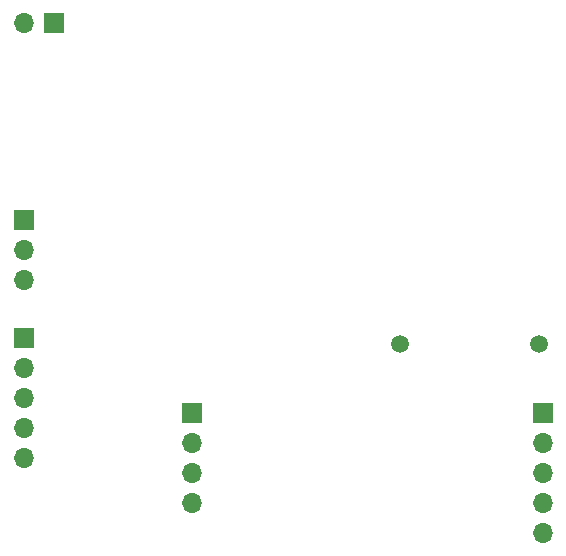
<source format=gbs>
G04 #@! TF.FileFunction,Soldermask,Bot*
%FSLAX46Y46*%
G04 Gerber Fmt 4.6, Leading zero omitted, Abs format (unit mm)*
G04 Created by KiCad (PCBNEW 4.0.5) date Tue Mar 21 08:12:58 2017*
%MOMM*%
%LPD*%
G01*
G04 APERTURE LIST*
%ADD10C,0.100000*%
%ADD11R,1.700000X1.700000*%
%ADD12O,1.700000X1.700000*%
%ADD13C,1.500000*%
G04 APERTURE END LIST*
D10*
D11*
X140548000Y-113997500D03*
D12*
X138008000Y-113997500D03*
D13*
X169840000Y-141147500D03*
X181640000Y-141147500D03*
D11*
X138084500Y-130670000D03*
D12*
X138084500Y-133210000D03*
X138084500Y-135750000D03*
D11*
X152290000Y-147000000D03*
D12*
X152290000Y-149540000D03*
X152290000Y-152080000D03*
X152290000Y-154620000D03*
D11*
X182000000Y-147000000D03*
D12*
X182000000Y-149540000D03*
X182000000Y-152080000D03*
X182000000Y-154620000D03*
X182000000Y-157160000D03*
D11*
X138084500Y-140703000D03*
D12*
X138084500Y-143243000D03*
X138084500Y-145783000D03*
X138084500Y-148323000D03*
X138084500Y-150863000D03*
M02*

</source>
